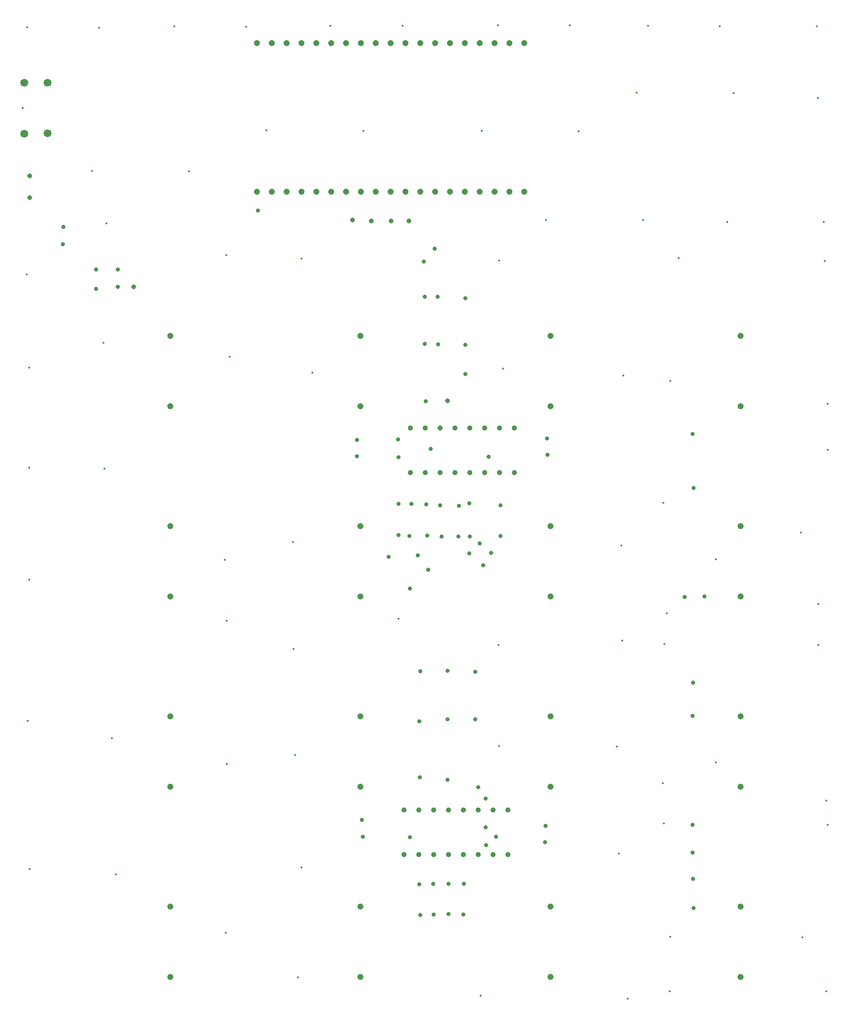
<source format=gbr>
%TF.GenerationSoftware,Altium Limited,Altium Designer,24.7.2 (38)*%
G04 Layer_Color=0*
%FSLAX45Y45*%
%MOMM*%
%TF.SameCoordinates,74662405-AD21-4814-813C-A76D1C426129*%
%TF.FilePolarity,Positive*%
%TF.FileFunction,Plated,1,2,PTH,Drill*%
%TF.Part,Single*%
G01*
G75*
%TA.AperFunction,ComponentDrill*%
%ADD62C,0.90000*%
%ADD63C,1.34600*%
%ADD64C,1.04000*%
%ADD65C,0.80000*%
%ADD66C,0.80000*%
%TA.AperFunction,ViaDrill,NotFilled*%
%ADD67C,0.35000*%
%ADD68C,0.71120*%
D62*
X11912600Y10477500D02*
D03*
X11658600D02*
D03*
X11404600D02*
D03*
X11150600D02*
D03*
X10896600D02*
D03*
X10642600D02*
D03*
X10388600D02*
D03*
X10134600D02*
D03*
X11912600Y9715500D02*
D03*
X11658600D02*
D03*
X11404600D02*
D03*
X11150600D02*
D03*
X10896600D02*
D03*
X10642600D02*
D03*
X10388600D02*
D03*
X10134600D02*
D03*
X10020300Y3187700D02*
D03*
X10274300D02*
D03*
X10528300D02*
D03*
X10782300D02*
D03*
X11036300D02*
D03*
X11290300D02*
D03*
X11544300D02*
D03*
X11798300D02*
D03*
X10020300Y3949700D02*
D03*
X10274300D02*
D03*
X10528300D02*
D03*
X10782300D02*
D03*
X11036300D02*
D03*
X11290300D02*
D03*
X11544300D02*
D03*
X11798300D02*
D03*
D63*
X3525300Y16375580D02*
D03*
Y15511580D02*
D03*
X3924300Y16375380D02*
D03*
Y15511780D02*
D03*
D64*
X7505700Y14516100D02*
D03*
X7759700D02*
D03*
X8013700D02*
D03*
X8267700D02*
D03*
X8521700D02*
D03*
X8775700D02*
D03*
X9029700D02*
D03*
X9283700D02*
D03*
X9537700D02*
D03*
X9791700D02*
D03*
X10045700D02*
D03*
X10299700D02*
D03*
X10553700D02*
D03*
X10807700D02*
D03*
X11061700D02*
D03*
X11315700D02*
D03*
X11569700D02*
D03*
X11823700D02*
D03*
X12077700D02*
D03*
X7505700Y17056100D02*
D03*
X7759700D02*
D03*
X8013700D02*
D03*
X8267700D02*
D03*
X8521700D02*
D03*
X8775700D02*
D03*
X9029700D02*
D03*
X9283700D02*
D03*
X9537700D02*
D03*
X9791700D02*
D03*
X10045700D02*
D03*
X10299700D02*
D03*
X10553700D02*
D03*
X10807700D02*
D03*
X11061700D02*
D03*
X11315700D02*
D03*
X11569700D02*
D03*
X11823700D02*
D03*
X12077700D02*
D03*
X12525000Y12050000D02*
D03*
Y10850000D02*
D03*
X9275000Y4350000D02*
D03*
Y5550000D02*
D03*
X12525000Y1100000D02*
D03*
Y2300000D02*
D03*
X9275000Y1100000D02*
D03*
Y2300000D02*
D03*
X6025000Y1100000D02*
D03*
Y2300000D02*
D03*
X15775000Y1100000D02*
D03*
Y2300000D02*
D03*
Y4350000D02*
D03*
Y5550000D02*
D03*
X12525000Y4350000D02*
D03*
Y5550000D02*
D03*
X6025000Y4350000D02*
D03*
Y5550000D02*
D03*
Y7600000D02*
D03*
Y8800000D02*
D03*
X9275000Y7600000D02*
D03*
Y8800000D02*
D03*
X12525000Y7600000D02*
D03*
Y8800000D02*
D03*
X15775000Y7600000D02*
D03*
Y8800000D02*
D03*
Y10850000D02*
D03*
Y12050000D02*
D03*
X9275000Y10850000D02*
D03*
Y12050000D02*
D03*
X6025000Y10850000D02*
D03*
Y12050000D02*
D03*
D65*
X10767060Y10942320D02*
D03*
X5400730Y12889230D02*
D03*
X3622200Y14414500D02*
D03*
X9461500Y14020799D02*
D03*
X3622200Y14784100D02*
D03*
X9804400Y14020799D02*
D03*
X10109200D02*
D03*
D66*
X9144000Y14033501D02*
D03*
D67*
X16811827Y8689549D02*
D03*
X15356407Y8234889D02*
D03*
Y4760169D02*
D03*
X16837227Y1773129D02*
D03*
X14579167Y1785829D02*
D03*
X6954857Y8227847D02*
D03*
X6993454Y7186079D02*
D03*
X6992957Y4740427D02*
D03*
X6975177Y1847367D02*
D03*
X8210979Y1088717D02*
D03*
X8269420Y2968574D02*
D03*
X8161357Y4887747D02*
D03*
X8133417Y6698767D02*
D03*
X8123257Y8530107D02*
D03*
X9924117Y7214387D02*
D03*
X13772217Y11374907D02*
D03*
X13733670Y8471782D02*
D03*
X13753152Y6845169D02*
D03*
X11638617Y6767347D02*
D03*
X11648777Y5042687D02*
D03*
X13665536Y5032527D02*
D03*
X13693477Y3201187D02*
D03*
X11336357Y778027D02*
D03*
X13850957Y727227D02*
D03*
X14468176Y3724427D02*
D03*
X14567236Y854227D02*
D03*
X17241856D02*
D03*
X17265309Y3699488D02*
D03*
X17240927Y4114019D02*
D03*
X14453001Y4406629D02*
D03*
X14477386Y6788150D02*
D03*
X17109776Y6772427D02*
D03*
X14461130Y9202183D02*
D03*
X14518027Y7308345D02*
D03*
X17109776Y7470927D02*
D03*
X17272337Y10104907D02*
D03*
X17264717Y10892307D02*
D03*
X17216457Y13330707D02*
D03*
X14722177Y13378967D02*
D03*
X14574857Y11283467D02*
D03*
X11648777Y13338327D02*
D03*
X11714817Y11494287D02*
D03*
X8453457Y11428247D02*
D03*
X8268037Y13371347D02*
D03*
X6982797Y13429767D02*
D03*
X7041217Y11697487D02*
D03*
X4878157Y11933209D02*
D03*
X4902537Y9779787D02*
D03*
X5024468Y5178786D02*
D03*
X5090497Y2845587D02*
D03*
X3617297Y2944647D02*
D03*
X3586817Y5471947D02*
D03*
X3610189Y7885430D02*
D03*
X3609677Y9802647D02*
D03*
X3610188Y11510547D02*
D03*
X4687216Y14870033D02*
D03*
X6345836Y14867494D02*
D03*
X7664096Y15563454D02*
D03*
X9322716Y15560915D02*
D03*
X11347096Y15555833D02*
D03*
X13005716Y15553294D02*
D03*
X12454536Y14036914D02*
D03*
X14113156Y14034373D02*
D03*
X3571240Y13106400D02*
D03*
X4928516Y13973415D02*
D03*
X15545715Y14001353D02*
D03*
X17204337Y13998814D02*
D03*
X3500120Y15943581D02*
D03*
X13998856Y16206075D02*
D03*
X15657475Y16203534D02*
D03*
X17081500Y17345660D02*
D03*
X17096741Y16113760D02*
D03*
X14190981Y17353281D02*
D03*
X15422881Y17348199D02*
D03*
X11625580Y17363440D02*
D03*
X12857480Y17358360D02*
D03*
X8760460Y17355820D02*
D03*
X9992360Y17350740D02*
D03*
X6088380Y17343120D02*
D03*
X7320280Y17338040D02*
D03*
X4805680Y17320261D02*
D03*
X3573780Y17325340D02*
D03*
D68*
X10960100Y9146540D02*
D03*
X10401300Y9171940D02*
D03*
X14965680Y2776220D02*
D03*
X14958060Y3223260D02*
D03*
X10599420Y12717780D02*
D03*
X10363200Y13319760D02*
D03*
X10378440Y12725400D02*
D03*
X10373360Y11917680D02*
D03*
X4752340Y12857480D02*
D03*
X5123180Y12890500D02*
D03*
X12438380Y3680460D02*
D03*
X11513820Y8341360D02*
D03*
X10662920Y8625840D02*
D03*
X10416540Y8643620D02*
D03*
X10114280Y8633460D02*
D03*
X9931400Y8651240D02*
D03*
X11424920Y3350260D02*
D03*
X9214300Y9993781D02*
D03*
X9928860Y9977120D02*
D03*
X9931400Y9184640D02*
D03*
X10149840Y9179560D02*
D03*
X10253980Y8298180D02*
D03*
X9756140Y8277860D02*
D03*
X10121900Y7731760D02*
D03*
X10764520Y6327140D02*
D03*
X10299700Y6316980D02*
D03*
X10287000Y5463540D02*
D03*
X10289540Y4511040D02*
D03*
X10121900Y3487420D02*
D03*
X9298940Y3782060D02*
D03*
X10297160Y2159000D02*
D03*
X11417300Y3655060D02*
D03*
X11673840Y8633460D02*
D03*
X11140440Y8338820D02*
D03*
X11379200Y8130540D02*
D03*
X11313160Y8509000D02*
D03*
X10955020Y8620760D02*
D03*
X11145520Y8625840D02*
D03*
X11135360Y9192260D02*
D03*
X11465560Y9984740D02*
D03*
X12476480Y10022840D02*
D03*
X14970760Y9451340D02*
D03*
X14963139Y6126480D02*
D03*
X14958060Y3693160D02*
D03*
X10396220Y10934700D02*
D03*
X11074400Y12692380D02*
D03*
X10548620Y13543280D02*
D03*
X5125720Y13187680D02*
D03*
X4752340Y13190221D02*
D03*
X7526020Y14198599D02*
D03*
X4191000Y13622020D02*
D03*
X4193540Y13916660D02*
D03*
X11239500Y6314440D02*
D03*
X10439400Y8056880D02*
D03*
X11038840Y2161540D02*
D03*
X10779760Y2169160D02*
D03*
X10525760Y2166620D02*
D03*
X10281920Y2682240D02*
D03*
X10520680Y2692400D02*
D03*
X10782300Y2684780D02*
D03*
X11043920Y2687320D02*
D03*
X11419840Y4142740D02*
D03*
X10769600Y4470400D02*
D03*
X11239500Y5499100D02*
D03*
X14960600Y5562600D02*
D03*
X9321800Y3492500D02*
D03*
X11671300Y9156700D02*
D03*
X10642600D02*
D03*
X9220200Y10274300D02*
D03*
X12471400Y10299700D02*
D03*
X10604500Y11912600D02*
D03*
X11074400Y11404600D02*
D03*
Y11899900D02*
D03*
X10769600Y5499100D02*
D03*
X14820900Y7594600D02*
D03*
X15156500Y7600000D02*
D03*
X9918700Y10287000D02*
D03*
X10477500Y10121900D02*
D03*
X14973300Y2273300D02*
D03*
X14960600Y10375900D02*
D03*
X11290300Y4343400D02*
D03*
X11595100Y3492500D02*
D03*
X12433300Y3403600D02*
D03*
%TF.MD5,bb9a8ba3319cad5c9f2d947af559944a*%
M02*

</source>
